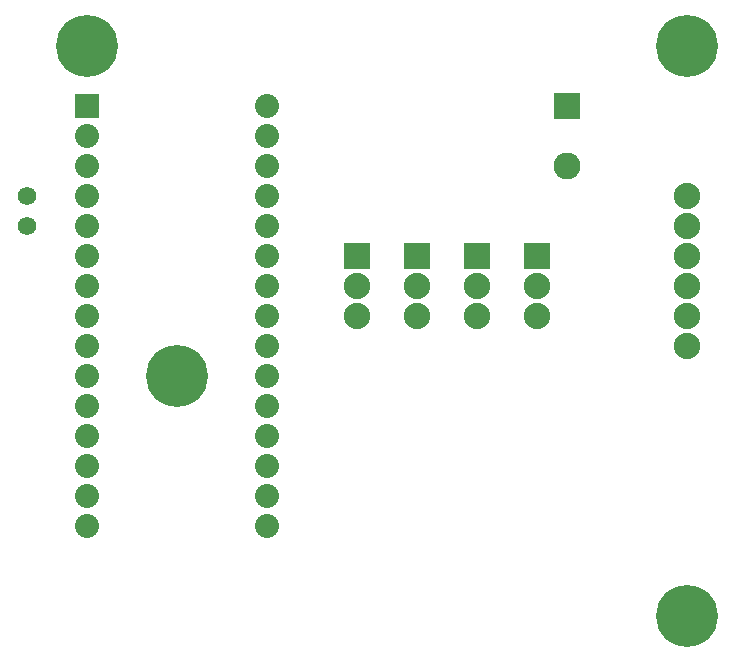
<source format=gbs>
G04 MADE WITH FRITZING*
G04 WWW.FRITZING.ORG*
G04 DOUBLE SIDED*
G04 HOLES PLATED*
G04 CONTOUR ON CENTER OF CONTOUR VECTOR*
%ASAXBY*%
%FSLAX23Y23*%
%MOIN*%
%OFA0B0*%
%SFA1.0B1.0*%
%ADD10C,0.061496*%
%ADD11C,0.206851*%
%ADD12C,0.090000*%
%ADD13C,0.080000*%
%ADD14C,0.088000*%
%ADD15R,0.089986X0.090000*%
%ADD16R,0.079972X0.080000*%
%ADD17R,0.088000X0.088000*%
%LNMASK0*%
G90*
G70*
G54D10*
X122Y1535D03*
X122Y1635D03*
G54D11*
X322Y2135D03*
X622Y1035D03*
X2322Y235D03*
X2322Y2135D03*
G54D12*
X1922Y1935D03*
X1922Y1735D03*
G54D13*
X322Y1935D03*
X322Y1835D03*
X322Y1735D03*
X322Y1635D03*
X322Y1535D03*
X322Y1435D03*
X322Y1335D03*
X322Y1235D03*
X322Y1135D03*
X322Y1035D03*
X322Y935D03*
X322Y835D03*
X322Y735D03*
X322Y635D03*
X322Y535D03*
X922Y1935D03*
X922Y1835D03*
X922Y1735D03*
X922Y1635D03*
X922Y1535D03*
X922Y1435D03*
X922Y1335D03*
X922Y1235D03*
X922Y1135D03*
X922Y1035D03*
X922Y935D03*
X922Y835D03*
X922Y735D03*
X922Y635D03*
X922Y535D03*
G54D14*
X1822Y1435D03*
X1822Y1335D03*
X1822Y1235D03*
X1622Y1435D03*
X1622Y1335D03*
X1622Y1235D03*
X1422Y1435D03*
X1422Y1335D03*
X1422Y1235D03*
X1222Y1435D03*
X1222Y1335D03*
X1222Y1235D03*
X2322Y1635D03*
X2322Y1535D03*
X2322Y1435D03*
X2322Y1335D03*
X2322Y1235D03*
X2322Y1135D03*
X2322Y1635D03*
X2322Y1535D03*
X2322Y1435D03*
X2322Y1335D03*
X2322Y1235D03*
X2322Y1135D03*
G54D15*
X1922Y1935D03*
G54D16*
X322Y1935D03*
G54D17*
X1822Y1435D03*
X1622Y1435D03*
X1422Y1435D03*
X1222Y1435D03*
G04 End of Mask0*
M02*
</source>
